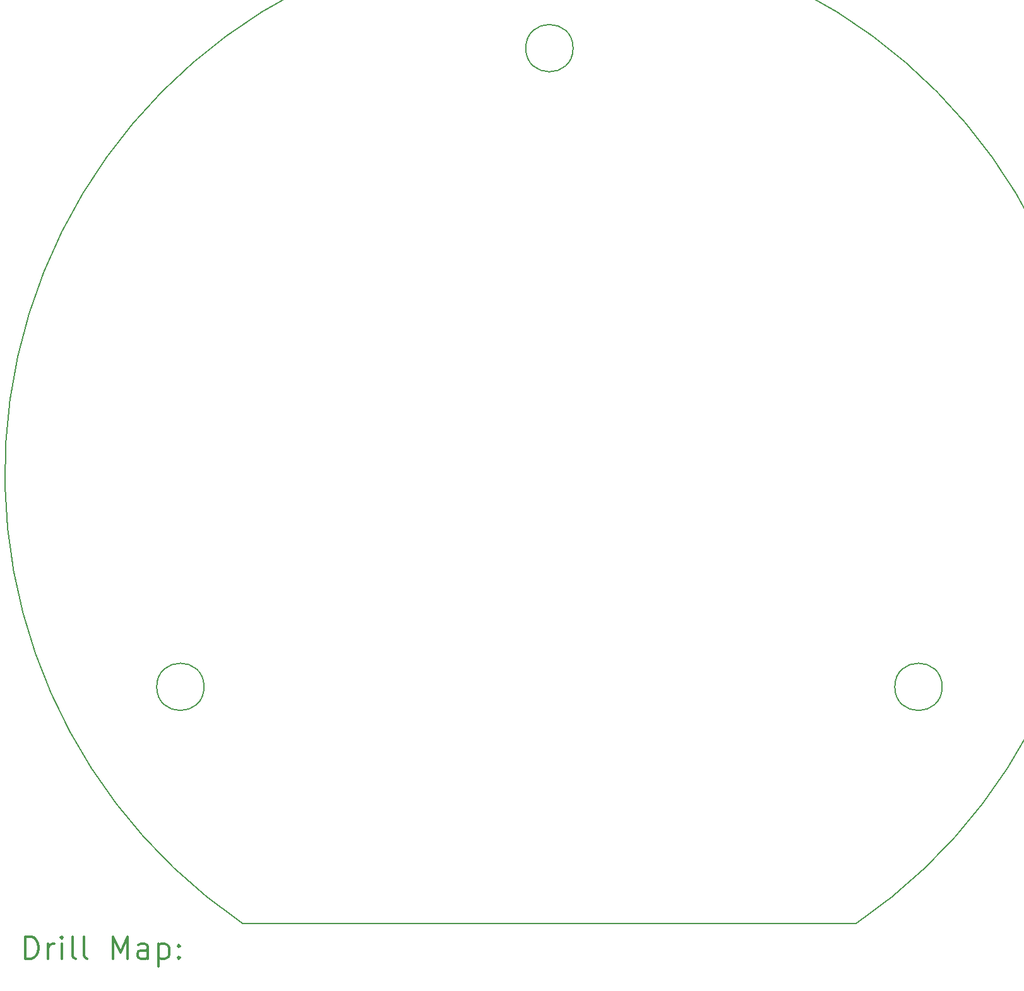
<source format=gbr>
%FSLAX45Y45*%
G04 Gerber Fmt 4.5, Leading zero omitted, Abs format (unit mm)*
G04 Created by KiCad (PCBNEW (5.1.7)-1) date 2021-11-24 22:42:30*
%MOMM*%
%LPD*%
G01*
G04 APERTURE LIST*
%TA.AperFunction,Profile*%
%ADD10C,0.200000*%
%TD*%
%ADD11C,0.200000*%
%ADD12C,0.300000*%
G04 APERTURE END LIST*
D10*
X5917730Y-16319500D02*
X14148270Y-16319500D01*
X5917972Y-16319665D02*
G75*
G02*
X14148270Y-16319500I4115028J6032665D01*
G01*
X15299835Y-13144500D02*
G75*
G03*
X15299835Y-13144500I-317500J0D01*
G01*
X5401165Y-13144500D02*
G75*
G03*
X5401165Y-13144500I-317500J0D01*
G01*
X10350500Y-4572000D02*
G75*
G03*
X10350500Y-4572000I-317500J0D01*
G01*
D11*
D12*
X3006928Y-16795380D02*
X3006928Y-16495380D01*
X3078357Y-16495380D01*
X3121214Y-16509666D01*
X3149786Y-16538237D01*
X3164071Y-16566808D01*
X3178357Y-16623951D01*
X3178357Y-16666808D01*
X3164071Y-16723951D01*
X3149786Y-16752523D01*
X3121214Y-16781094D01*
X3078357Y-16795380D01*
X3006928Y-16795380D01*
X3306928Y-16795380D02*
X3306928Y-16595380D01*
X3306928Y-16652523D02*
X3321214Y-16623951D01*
X3335500Y-16609666D01*
X3364071Y-16595380D01*
X3392643Y-16595380D01*
X3492643Y-16795380D02*
X3492643Y-16595380D01*
X3492643Y-16495380D02*
X3478357Y-16509666D01*
X3492643Y-16523951D01*
X3506928Y-16509666D01*
X3492643Y-16495380D01*
X3492643Y-16523951D01*
X3678357Y-16795380D02*
X3649786Y-16781094D01*
X3635500Y-16752523D01*
X3635500Y-16495380D01*
X3835500Y-16795380D02*
X3806928Y-16781094D01*
X3792643Y-16752523D01*
X3792643Y-16495380D01*
X4178357Y-16795380D02*
X4178357Y-16495380D01*
X4278357Y-16709666D01*
X4378357Y-16495380D01*
X4378357Y-16795380D01*
X4649786Y-16795380D02*
X4649786Y-16638237D01*
X4635500Y-16609666D01*
X4606929Y-16595380D01*
X4549786Y-16595380D01*
X4521214Y-16609666D01*
X4649786Y-16781094D02*
X4621214Y-16795380D01*
X4549786Y-16795380D01*
X4521214Y-16781094D01*
X4506929Y-16752523D01*
X4506929Y-16723951D01*
X4521214Y-16695380D01*
X4549786Y-16681094D01*
X4621214Y-16681094D01*
X4649786Y-16666808D01*
X4792643Y-16595380D02*
X4792643Y-16895380D01*
X4792643Y-16609666D02*
X4821214Y-16595380D01*
X4878357Y-16595380D01*
X4906929Y-16609666D01*
X4921214Y-16623951D01*
X4935500Y-16652523D01*
X4935500Y-16738237D01*
X4921214Y-16766808D01*
X4906929Y-16781094D01*
X4878357Y-16795380D01*
X4821214Y-16795380D01*
X4792643Y-16781094D01*
X5064071Y-16766808D02*
X5078357Y-16781094D01*
X5064071Y-16795380D01*
X5049786Y-16781094D01*
X5064071Y-16766808D01*
X5064071Y-16795380D01*
X5064071Y-16609666D02*
X5078357Y-16623951D01*
X5064071Y-16638237D01*
X5049786Y-16623951D01*
X5064071Y-16609666D01*
X5064071Y-16638237D01*
M02*

</source>
